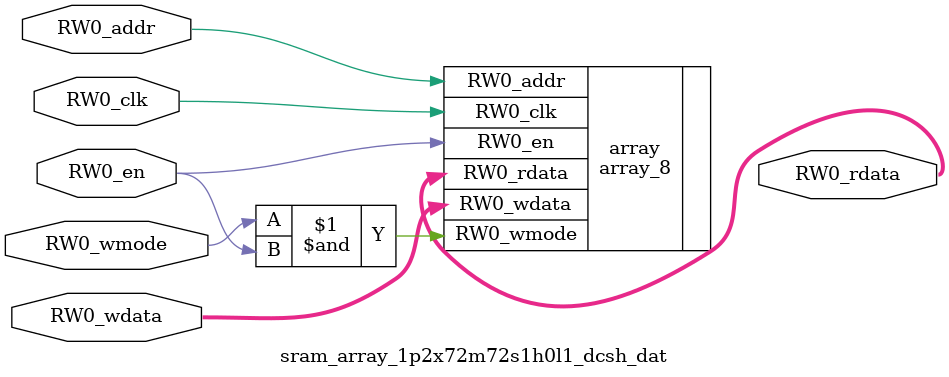
<source format=sv>
`ifndef RANDOMIZE
  `ifdef RANDOMIZE_MEM_INIT
    `define RANDOMIZE
  `endif // RANDOMIZE_MEM_INIT
`endif // not def RANDOMIZE
`ifndef RANDOMIZE
  `ifdef RANDOMIZE_REG_INIT
    `define RANDOMIZE
  `endif // RANDOMIZE_REG_INIT
`endif // not def RANDOMIZE

`ifndef RANDOM
  `define RANDOM $random
`endif // not def RANDOM

// Users can define INIT_RANDOM as general code that gets injected into the
// initializer block for modules with registers.
`ifndef INIT_RANDOM
  `define INIT_RANDOM
`endif // not def INIT_RANDOM

// If using random initialization, you can also define RANDOMIZE_DELAY to
// customize the delay used, otherwise 0.002 is used.
`ifndef RANDOMIZE_DELAY
  `define RANDOMIZE_DELAY 0.002
`endif // not def RANDOMIZE_DELAY

// Define INIT_RANDOM_PROLOG_ for use in our modules below.
`ifndef INIT_RANDOM_PROLOG_
  `ifdef RANDOMIZE
    `ifdef VERILATOR
      `define INIT_RANDOM_PROLOG_ `INIT_RANDOM
    `else  // VERILATOR
      `define INIT_RANDOM_PROLOG_ `INIT_RANDOM #`RANDOMIZE_DELAY begin end
    `endif // VERILATOR
  `else  // RANDOMIZE
    `define INIT_RANDOM_PROLOG_
  `endif // RANDOMIZE
`endif // not def INIT_RANDOM_PROLOG_

// Include register initializers in init blocks unless synthesis is set
`ifndef SYNTHESIS
  `ifndef ENABLE_INITIAL_REG_
    `define ENABLE_INITIAL_REG_
  `endif // not def ENABLE_INITIAL_REG_
`endif // not def SYNTHESIS

// Include rmemory initializers in init blocks unless synthesis is set
`ifndef SYNTHESIS
  `ifndef ENABLE_INITIAL_MEM_
    `define ENABLE_INITIAL_MEM_
  `endif // not def ENABLE_INITIAL_MEM_
`endif // not def SYNTHESIS

module sram_array_1p2x72m72s1h0l1_dcsh_dat(
  input         RW0_clk,
  input         RW0_addr,
  input         RW0_en,
  input         RW0_wmode,
  input  [71:0] RW0_wdata,
  output [71:0] RW0_rdata
);

  array_8 array (
    .RW0_addr  (RW0_addr),
    .RW0_en    (RW0_en),
    .RW0_clk   (RW0_clk),
    .RW0_wmode (RW0_wmode & RW0_en),
    .RW0_wdata (RW0_wdata),
    .RW0_rdata (RW0_rdata)
  );
endmodule


</source>
